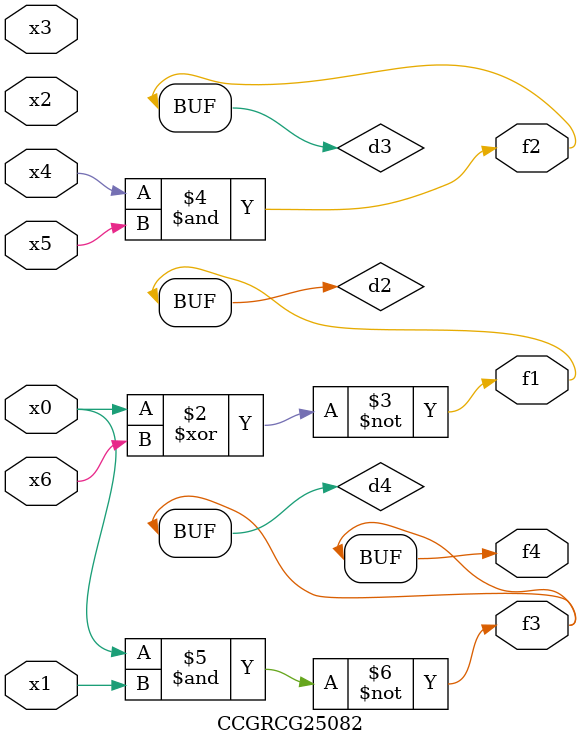
<source format=v>
module CCGRCG25082(
	input x0, x1, x2, x3, x4, x5, x6,
	output f1, f2, f3, f4
);

	wire d1, d2, d3, d4;

	nor (d1, x0);
	xnor (d2, x0, x6);
	and (d3, x4, x5);
	nand (d4, x0, x1);
	assign f1 = d2;
	assign f2 = d3;
	assign f3 = d4;
	assign f4 = d4;
endmodule

</source>
